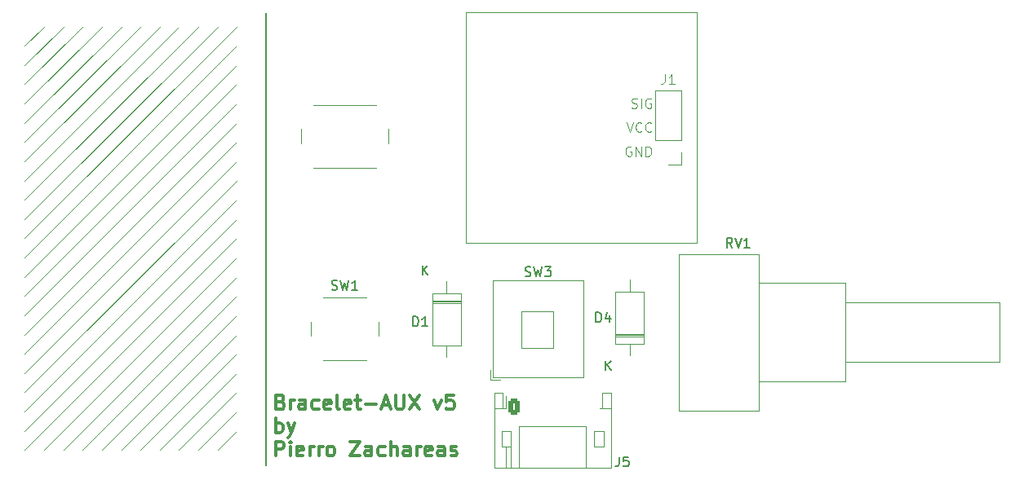
<source format=gbr>
%TF.GenerationSoftware,KiCad,Pcbnew,9.0.0*%
%TF.CreationDate,2025-03-25T16:41:30+02:00*%
%TF.ProjectId,aux,6175782e-6b69-4636-9164-5f7063625858,rev?*%
%TF.SameCoordinates,Original*%
%TF.FileFunction,Legend,Top*%
%TF.FilePolarity,Positive*%
%FSLAX46Y46*%
G04 Gerber Fmt 4.6, Leading zero omitted, Abs format (unit mm)*
G04 Created by KiCad (PCBNEW 9.0.0) date 2025-03-25 16:41:30*
%MOMM*%
%LPD*%
G01*
G04 APERTURE LIST*
G04 Aperture macros list*
%AMRoundRect*
0 Rectangle with rounded corners*
0 $1 Rounding radius*
0 $2 $3 $4 $5 $6 $7 $8 $9 X,Y pos of 4 corners*
0 Add a 4 corners polygon primitive as box body*
4,1,4,$2,$3,$4,$5,$6,$7,$8,$9,$2,$3,0*
0 Add four circle primitives for the rounded corners*
1,1,$1+$1,$2,$3*
1,1,$1+$1,$4,$5*
1,1,$1+$1,$6,$7*
1,1,$1+$1,$8,$9*
0 Add four rect primitives between the rounded corners*
20,1,$1+$1,$2,$3,$4,$5,0*
20,1,$1+$1,$4,$5,$6,$7,0*
20,1,$1+$1,$6,$7,$8,$9,0*
20,1,$1+$1,$8,$9,$2,$3,0*%
G04 Aperture macros list end*
%ADD10C,0.100000*%
%ADD11C,0.200000*%
%ADD12C,0.300000*%
%ADD13C,0.150000*%
%ADD14C,0.120000*%
%ADD15R,1.800000X1.800000*%
%ADD16O,1.800000X1.800000*%
%ADD17C,2.000000*%
%ADD18RoundRect,0.250000X-0.350000X-0.625000X0.350000X-0.625000X0.350000X0.625000X-0.350000X0.625000X0*%
%ADD19O,1.200000X1.750000*%
%ADD20C,1.800000*%
%ADD21R,1.700000X1.700000*%
%ADD22O,1.700000X1.700000*%
%ADD23C,2.340000*%
G04 APERTURE END LIST*
D10*
X100000000Y-112000000D02*
X102000000Y-110000000D01*
D11*
X105000000Y-113600000D02*
X105000000Y-66600000D01*
D10*
X80000000Y-86000000D02*
X98000000Y-68000000D01*
X80000000Y-82000000D02*
X94000000Y-68000000D01*
X94000000Y-112000000D02*
X102000000Y-104000000D01*
X98000000Y-112000000D02*
X102000000Y-108000000D01*
X80000000Y-98000000D02*
X102000000Y-76000000D01*
X102000000Y-94000000D02*
X84000000Y-112000000D01*
X80000000Y-100000000D02*
X102000000Y-78000000D01*
X80000000Y-78000000D02*
X90000000Y-68000000D01*
X80000000Y-90000000D02*
X102000000Y-68000000D01*
X80000000Y-96000000D02*
X102000000Y-74000000D01*
X80000000Y-92000000D02*
X102000000Y-70000000D01*
X100000000Y-68000000D02*
X80000000Y-88000000D01*
X80000000Y-112000000D02*
X102000000Y-90000000D01*
X80000000Y-80000000D02*
X92000000Y-68000000D01*
X82000000Y-112000000D02*
X102000000Y-92000000D01*
X92000000Y-112000000D02*
X102000000Y-102000000D01*
X102000000Y-98000000D02*
X88000000Y-112000000D01*
X80000000Y-104000000D02*
X102000000Y-82000000D01*
X80000000Y-110000000D02*
X102000000Y-88000000D01*
X80000000Y-74000000D02*
X86000000Y-68000000D01*
X90000000Y-112000000D02*
X102000000Y-100000000D01*
X80000000Y-102000000D02*
X102000000Y-80000000D01*
X80000000Y-108000000D02*
X102000000Y-86000000D01*
X80000000Y-94000000D02*
X102000000Y-72000000D01*
X80000000Y-72000000D02*
X84000000Y-68000000D01*
X86000000Y-112000000D02*
X102000000Y-96000000D01*
X80000000Y-70000000D02*
X82000000Y-68000000D01*
X96000000Y-112000000D02*
X102000000Y-106000000D01*
X80000000Y-84000000D02*
X96000000Y-68000000D01*
X80000000Y-106000000D02*
X102000000Y-84000000D01*
X80000000Y-76000000D02*
X88000000Y-68000000D01*
D12*
X106554510Y-106985282D02*
X106768796Y-107056710D01*
X106768796Y-107056710D02*
X106840225Y-107128139D01*
X106840225Y-107128139D02*
X106911653Y-107270996D01*
X106911653Y-107270996D02*
X106911653Y-107485282D01*
X106911653Y-107485282D02*
X106840225Y-107628139D01*
X106840225Y-107628139D02*
X106768796Y-107699568D01*
X106768796Y-107699568D02*
X106625939Y-107770996D01*
X106625939Y-107770996D02*
X106054510Y-107770996D01*
X106054510Y-107770996D02*
X106054510Y-106270996D01*
X106054510Y-106270996D02*
X106554510Y-106270996D01*
X106554510Y-106270996D02*
X106697368Y-106342425D01*
X106697368Y-106342425D02*
X106768796Y-106413853D01*
X106768796Y-106413853D02*
X106840225Y-106556710D01*
X106840225Y-106556710D02*
X106840225Y-106699568D01*
X106840225Y-106699568D02*
X106768796Y-106842425D01*
X106768796Y-106842425D02*
X106697368Y-106913853D01*
X106697368Y-106913853D02*
X106554510Y-106985282D01*
X106554510Y-106985282D02*
X106054510Y-106985282D01*
X107554510Y-107770996D02*
X107554510Y-106770996D01*
X107554510Y-107056710D02*
X107625939Y-106913853D01*
X107625939Y-106913853D02*
X107697368Y-106842425D01*
X107697368Y-106842425D02*
X107840225Y-106770996D01*
X107840225Y-106770996D02*
X107983082Y-106770996D01*
X109125939Y-107770996D02*
X109125939Y-106985282D01*
X109125939Y-106985282D02*
X109054510Y-106842425D01*
X109054510Y-106842425D02*
X108911653Y-106770996D01*
X108911653Y-106770996D02*
X108625939Y-106770996D01*
X108625939Y-106770996D02*
X108483081Y-106842425D01*
X109125939Y-107699568D02*
X108983081Y-107770996D01*
X108983081Y-107770996D02*
X108625939Y-107770996D01*
X108625939Y-107770996D02*
X108483081Y-107699568D01*
X108483081Y-107699568D02*
X108411653Y-107556710D01*
X108411653Y-107556710D02*
X108411653Y-107413853D01*
X108411653Y-107413853D02*
X108483081Y-107270996D01*
X108483081Y-107270996D02*
X108625939Y-107199568D01*
X108625939Y-107199568D02*
X108983081Y-107199568D01*
X108983081Y-107199568D02*
X109125939Y-107128139D01*
X110483082Y-107699568D02*
X110340224Y-107770996D01*
X110340224Y-107770996D02*
X110054510Y-107770996D01*
X110054510Y-107770996D02*
X109911653Y-107699568D01*
X109911653Y-107699568D02*
X109840224Y-107628139D01*
X109840224Y-107628139D02*
X109768796Y-107485282D01*
X109768796Y-107485282D02*
X109768796Y-107056710D01*
X109768796Y-107056710D02*
X109840224Y-106913853D01*
X109840224Y-106913853D02*
X109911653Y-106842425D01*
X109911653Y-106842425D02*
X110054510Y-106770996D01*
X110054510Y-106770996D02*
X110340224Y-106770996D01*
X110340224Y-106770996D02*
X110483082Y-106842425D01*
X111697367Y-107699568D02*
X111554510Y-107770996D01*
X111554510Y-107770996D02*
X111268796Y-107770996D01*
X111268796Y-107770996D02*
X111125938Y-107699568D01*
X111125938Y-107699568D02*
X111054510Y-107556710D01*
X111054510Y-107556710D02*
X111054510Y-106985282D01*
X111054510Y-106985282D02*
X111125938Y-106842425D01*
X111125938Y-106842425D02*
X111268796Y-106770996D01*
X111268796Y-106770996D02*
X111554510Y-106770996D01*
X111554510Y-106770996D02*
X111697367Y-106842425D01*
X111697367Y-106842425D02*
X111768796Y-106985282D01*
X111768796Y-106985282D02*
X111768796Y-107128139D01*
X111768796Y-107128139D02*
X111054510Y-107270996D01*
X112625938Y-107770996D02*
X112483081Y-107699568D01*
X112483081Y-107699568D02*
X112411652Y-107556710D01*
X112411652Y-107556710D02*
X112411652Y-106270996D01*
X113768795Y-107699568D02*
X113625938Y-107770996D01*
X113625938Y-107770996D02*
X113340224Y-107770996D01*
X113340224Y-107770996D02*
X113197366Y-107699568D01*
X113197366Y-107699568D02*
X113125938Y-107556710D01*
X113125938Y-107556710D02*
X113125938Y-106985282D01*
X113125938Y-106985282D02*
X113197366Y-106842425D01*
X113197366Y-106842425D02*
X113340224Y-106770996D01*
X113340224Y-106770996D02*
X113625938Y-106770996D01*
X113625938Y-106770996D02*
X113768795Y-106842425D01*
X113768795Y-106842425D02*
X113840224Y-106985282D01*
X113840224Y-106985282D02*
X113840224Y-107128139D01*
X113840224Y-107128139D02*
X113125938Y-107270996D01*
X114268795Y-106770996D02*
X114840223Y-106770996D01*
X114483080Y-106270996D02*
X114483080Y-107556710D01*
X114483080Y-107556710D02*
X114554509Y-107699568D01*
X114554509Y-107699568D02*
X114697366Y-107770996D01*
X114697366Y-107770996D02*
X114840223Y-107770996D01*
X115340223Y-107199568D02*
X116483081Y-107199568D01*
X117125938Y-107342425D02*
X117840224Y-107342425D01*
X116983081Y-107770996D02*
X117483081Y-106270996D01*
X117483081Y-106270996D02*
X117983081Y-107770996D01*
X118483080Y-106270996D02*
X118483080Y-107485282D01*
X118483080Y-107485282D02*
X118554509Y-107628139D01*
X118554509Y-107628139D02*
X118625938Y-107699568D01*
X118625938Y-107699568D02*
X118768795Y-107770996D01*
X118768795Y-107770996D02*
X119054509Y-107770996D01*
X119054509Y-107770996D02*
X119197366Y-107699568D01*
X119197366Y-107699568D02*
X119268795Y-107628139D01*
X119268795Y-107628139D02*
X119340223Y-107485282D01*
X119340223Y-107485282D02*
X119340223Y-106270996D01*
X119911652Y-106270996D02*
X120911652Y-107770996D01*
X120911652Y-106270996D02*
X119911652Y-107770996D01*
X122483080Y-106770996D02*
X122840223Y-107770996D01*
X122840223Y-107770996D02*
X123197366Y-106770996D01*
X124483080Y-106270996D02*
X123768794Y-106270996D01*
X123768794Y-106270996D02*
X123697366Y-106985282D01*
X123697366Y-106985282D02*
X123768794Y-106913853D01*
X123768794Y-106913853D02*
X123911652Y-106842425D01*
X123911652Y-106842425D02*
X124268794Y-106842425D01*
X124268794Y-106842425D02*
X124411652Y-106913853D01*
X124411652Y-106913853D02*
X124483080Y-106985282D01*
X124483080Y-106985282D02*
X124554509Y-107128139D01*
X124554509Y-107128139D02*
X124554509Y-107485282D01*
X124554509Y-107485282D02*
X124483080Y-107628139D01*
X124483080Y-107628139D02*
X124411652Y-107699568D01*
X124411652Y-107699568D02*
X124268794Y-107770996D01*
X124268794Y-107770996D02*
X123911652Y-107770996D01*
X123911652Y-107770996D02*
X123768794Y-107699568D01*
X123768794Y-107699568D02*
X123697366Y-107628139D01*
X106054510Y-110185912D02*
X106054510Y-108685912D01*
X106054510Y-109257341D02*
X106197368Y-109185912D01*
X106197368Y-109185912D02*
X106483082Y-109185912D01*
X106483082Y-109185912D02*
X106625939Y-109257341D01*
X106625939Y-109257341D02*
X106697368Y-109328769D01*
X106697368Y-109328769D02*
X106768796Y-109471626D01*
X106768796Y-109471626D02*
X106768796Y-109900198D01*
X106768796Y-109900198D02*
X106697368Y-110043055D01*
X106697368Y-110043055D02*
X106625939Y-110114484D01*
X106625939Y-110114484D02*
X106483082Y-110185912D01*
X106483082Y-110185912D02*
X106197368Y-110185912D01*
X106197368Y-110185912D02*
X106054510Y-110114484D01*
X107268796Y-109185912D02*
X107625939Y-110185912D01*
X107983082Y-109185912D02*
X107625939Y-110185912D01*
X107625939Y-110185912D02*
X107483082Y-110543055D01*
X107483082Y-110543055D02*
X107411653Y-110614484D01*
X107411653Y-110614484D02*
X107268796Y-110685912D01*
X106054510Y-112600828D02*
X106054510Y-111100828D01*
X106054510Y-111100828D02*
X106625939Y-111100828D01*
X106625939Y-111100828D02*
X106768796Y-111172257D01*
X106768796Y-111172257D02*
X106840225Y-111243685D01*
X106840225Y-111243685D02*
X106911653Y-111386542D01*
X106911653Y-111386542D02*
X106911653Y-111600828D01*
X106911653Y-111600828D02*
X106840225Y-111743685D01*
X106840225Y-111743685D02*
X106768796Y-111815114D01*
X106768796Y-111815114D02*
X106625939Y-111886542D01*
X106625939Y-111886542D02*
X106054510Y-111886542D01*
X107554510Y-112600828D02*
X107554510Y-111600828D01*
X107554510Y-111100828D02*
X107483082Y-111172257D01*
X107483082Y-111172257D02*
X107554510Y-111243685D01*
X107554510Y-111243685D02*
X107625939Y-111172257D01*
X107625939Y-111172257D02*
X107554510Y-111100828D01*
X107554510Y-111100828D02*
X107554510Y-111243685D01*
X108840225Y-112529400D02*
X108697368Y-112600828D01*
X108697368Y-112600828D02*
X108411654Y-112600828D01*
X108411654Y-112600828D02*
X108268796Y-112529400D01*
X108268796Y-112529400D02*
X108197368Y-112386542D01*
X108197368Y-112386542D02*
X108197368Y-111815114D01*
X108197368Y-111815114D02*
X108268796Y-111672257D01*
X108268796Y-111672257D02*
X108411654Y-111600828D01*
X108411654Y-111600828D02*
X108697368Y-111600828D01*
X108697368Y-111600828D02*
X108840225Y-111672257D01*
X108840225Y-111672257D02*
X108911654Y-111815114D01*
X108911654Y-111815114D02*
X108911654Y-111957971D01*
X108911654Y-111957971D02*
X108197368Y-112100828D01*
X109554510Y-112600828D02*
X109554510Y-111600828D01*
X109554510Y-111886542D02*
X109625939Y-111743685D01*
X109625939Y-111743685D02*
X109697368Y-111672257D01*
X109697368Y-111672257D02*
X109840225Y-111600828D01*
X109840225Y-111600828D02*
X109983082Y-111600828D01*
X110483081Y-112600828D02*
X110483081Y-111600828D01*
X110483081Y-111886542D02*
X110554510Y-111743685D01*
X110554510Y-111743685D02*
X110625939Y-111672257D01*
X110625939Y-111672257D02*
X110768796Y-111600828D01*
X110768796Y-111600828D02*
X110911653Y-111600828D01*
X111625938Y-112600828D02*
X111483081Y-112529400D01*
X111483081Y-112529400D02*
X111411652Y-112457971D01*
X111411652Y-112457971D02*
X111340224Y-112315114D01*
X111340224Y-112315114D02*
X111340224Y-111886542D01*
X111340224Y-111886542D02*
X111411652Y-111743685D01*
X111411652Y-111743685D02*
X111483081Y-111672257D01*
X111483081Y-111672257D02*
X111625938Y-111600828D01*
X111625938Y-111600828D02*
X111840224Y-111600828D01*
X111840224Y-111600828D02*
X111983081Y-111672257D01*
X111983081Y-111672257D02*
X112054510Y-111743685D01*
X112054510Y-111743685D02*
X112125938Y-111886542D01*
X112125938Y-111886542D02*
X112125938Y-112315114D01*
X112125938Y-112315114D02*
X112054510Y-112457971D01*
X112054510Y-112457971D02*
X111983081Y-112529400D01*
X111983081Y-112529400D02*
X111840224Y-112600828D01*
X111840224Y-112600828D02*
X111625938Y-112600828D01*
X113768795Y-111100828D02*
X114768795Y-111100828D01*
X114768795Y-111100828D02*
X113768795Y-112600828D01*
X113768795Y-112600828D02*
X114768795Y-112600828D01*
X115983081Y-112600828D02*
X115983081Y-111815114D01*
X115983081Y-111815114D02*
X115911652Y-111672257D01*
X115911652Y-111672257D02*
X115768795Y-111600828D01*
X115768795Y-111600828D02*
X115483081Y-111600828D01*
X115483081Y-111600828D02*
X115340223Y-111672257D01*
X115983081Y-112529400D02*
X115840223Y-112600828D01*
X115840223Y-112600828D02*
X115483081Y-112600828D01*
X115483081Y-112600828D02*
X115340223Y-112529400D01*
X115340223Y-112529400D02*
X115268795Y-112386542D01*
X115268795Y-112386542D02*
X115268795Y-112243685D01*
X115268795Y-112243685D02*
X115340223Y-112100828D01*
X115340223Y-112100828D02*
X115483081Y-112029400D01*
X115483081Y-112029400D02*
X115840223Y-112029400D01*
X115840223Y-112029400D02*
X115983081Y-111957971D01*
X117340224Y-112529400D02*
X117197366Y-112600828D01*
X117197366Y-112600828D02*
X116911652Y-112600828D01*
X116911652Y-112600828D02*
X116768795Y-112529400D01*
X116768795Y-112529400D02*
X116697366Y-112457971D01*
X116697366Y-112457971D02*
X116625938Y-112315114D01*
X116625938Y-112315114D02*
X116625938Y-111886542D01*
X116625938Y-111886542D02*
X116697366Y-111743685D01*
X116697366Y-111743685D02*
X116768795Y-111672257D01*
X116768795Y-111672257D02*
X116911652Y-111600828D01*
X116911652Y-111600828D02*
X117197366Y-111600828D01*
X117197366Y-111600828D02*
X117340224Y-111672257D01*
X117983080Y-112600828D02*
X117983080Y-111100828D01*
X118625938Y-112600828D02*
X118625938Y-111815114D01*
X118625938Y-111815114D02*
X118554509Y-111672257D01*
X118554509Y-111672257D02*
X118411652Y-111600828D01*
X118411652Y-111600828D02*
X118197366Y-111600828D01*
X118197366Y-111600828D02*
X118054509Y-111672257D01*
X118054509Y-111672257D02*
X117983080Y-111743685D01*
X119983081Y-112600828D02*
X119983081Y-111815114D01*
X119983081Y-111815114D02*
X119911652Y-111672257D01*
X119911652Y-111672257D02*
X119768795Y-111600828D01*
X119768795Y-111600828D02*
X119483081Y-111600828D01*
X119483081Y-111600828D02*
X119340223Y-111672257D01*
X119983081Y-112529400D02*
X119840223Y-112600828D01*
X119840223Y-112600828D02*
X119483081Y-112600828D01*
X119483081Y-112600828D02*
X119340223Y-112529400D01*
X119340223Y-112529400D02*
X119268795Y-112386542D01*
X119268795Y-112386542D02*
X119268795Y-112243685D01*
X119268795Y-112243685D02*
X119340223Y-112100828D01*
X119340223Y-112100828D02*
X119483081Y-112029400D01*
X119483081Y-112029400D02*
X119840223Y-112029400D01*
X119840223Y-112029400D02*
X119983081Y-111957971D01*
X120697366Y-112600828D02*
X120697366Y-111600828D01*
X120697366Y-111886542D02*
X120768795Y-111743685D01*
X120768795Y-111743685D02*
X120840224Y-111672257D01*
X120840224Y-111672257D02*
X120983081Y-111600828D01*
X120983081Y-111600828D02*
X121125938Y-111600828D01*
X122197366Y-112529400D02*
X122054509Y-112600828D01*
X122054509Y-112600828D02*
X121768795Y-112600828D01*
X121768795Y-112600828D02*
X121625937Y-112529400D01*
X121625937Y-112529400D02*
X121554509Y-112386542D01*
X121554509Y-112386542D02*
X121554509Y-111815114D01*
X121554509Y-111815114D02*
X121625937Y-111672257D01*
X121625937Y-111672257D02*
X121768795Y-111600828D01*
X121768795Y-111600828D02*
X122054509Y-111600828D01*
X122054509Y-111600828D02*
X122197366Y-111672257D01*
X122197366Y-111672257D02*
X122268795Y-111815114D01*
X122268795Y-111815114D02*
X122268795Y-111957971D01*
X122268795Y-111957971D02*
X121554509Y-112100828D01*
X123554509Y-112600828D02*
X123554509Y-111815114D01*
X123554509Y-111815114D02*
X123483080Y-111672257D01*
X123483080Y-111672257D02*
X123340223Y-111600828D01*
X123340223Y-111600828D02*
X123054509Y-111600828D01*
X123054509Y-111600828D02*
X122911651Y-111672257D01*
X123554509Y-112529400D02*
X123411651Y-112600828D01*
X123411651Y-112600828D02*
X123054509Y-112600828D01*
X123054509Y-112600828D02*
X122911651Y-112529400D01*
X122911651Y-112529400D02*
X122840223Y-112386542D01*
X122840223Y-112386542D02*
X122840223Y-112243685D01*
X122840223Y-112243685D02*
X122911651Y-112100828D01*
X122911651Y-112100828D02*
X123054509Y-112029400D01*
X123054509Y-112029400D02*
X123411651Y-112029400D01*
X123411651Y-112029400D02*
X123554509Y-111957971D01*
X124197366Y-112529400D02*
X124340223Y-112600828D01*
X124340223Y-112600828D02*
X124625937Y-112600828D01*
X124625937Y-112600828D02*
X124768794Y-112529400D01*
X124768794Y-112529400D02*
X124840223Y-112386542D01*
X124840223Y-112386542D02*
X124840223Y-112315114D01*
X124840223Y-112315114D02*
X124768794Y-112172257D01*
X124768794Y-112172257D02*
X124625937Y-112100828D01*
X124625937Y-112100828D02*
X124411652Y-112100828D01*
X124411652Y-112100828D02*
X124268794Y-112029400D01*
X124268794Y-112029400D02*
X124197366Y-111886542D01*
X124197366Y-111886542D02*
X124197366Y-111815114D01*
X124197366Y-111815114D02*
X124268794Y-111672257D01*
X124268794Y-111672257D02*
X124411652Y-111600828D01*
X124411652Y-111600828D02*
X124625937Y-111600828D01*
X124625937Y-111600828D02*
X124768794Y-111672257D01*
D13*
X120261905Y-99124819D02*
X120261905Y-98124819D01*
X120261905Y-98124819D02*
X120500000Y-98124819D01*
X120500000Y-98124819D02*
X120642857Y-98172438D01*
X120642857Y-98172438D02*
X120738095Y-98267676D01*
X120738095Y-98267676D02*
X120785714Y-98362914D01*
X120785714Y-98362914D02*
X120833333Y-98553390D01*
X120833333Y-98553390D02*
X120833333Y-98696247D01*
X120833333Y-98696247D02*
X120785714Y-98886723D01*
X120785714Y-98886723D02*
X120738095Y-98981961D01*
X120738095Y-98981961D02*
X120642857Y-99077200D01*
X120642857Y-99077200D02*
X120500000Y-99124819D01*
X120500000Y-99124819D02*
X120261905Y-99124819D01*
X121785714Y-99124819D02*
X121214286Y-99124819D01*
X121500000Y-99124819D02*
X121500000Y-98124819D01*
X121500000Y-98124819D02*
X121404762Y-98267676D01*
X121404762Y-98267676D02*
X121309524Y-98362914D01*
X121309524Y-98362914D02*
X121214286Y-98410533D01*
X121238095Y-93804819D02*
X121238095Y-92804819D01*
X121809523Y-93804819D02*
X121380952Y-93233390D01*
X121809523Y-92804819D02*
X121238095Y-93376247D01*
X141666666Y-112704819D02*
X141666666Y-113419104D01*
X141666666Y-113419104D02*
X141619047Y-113561961D01*
X141619047Y-113561961D02*
X141523809Y-113657200D01*
X141523809Y-113657200D02*
X141380952Y-113704819D01*
X141380952Y-113704819D02*
X141285714Y-113704819D01*
X142619047Y-112704819D02*
X142142857Y-112704819D01*
X142142857Y-112704819D02*
X142095238Y-113181009D01*
X142095238Y-113181009D02*
X142142857Y-113133390D01*
X142142857Y-113133390D02*
X142238095Y-113085771D01*
X142238095Y-113085771D02*
X142476190Y-113085771D01*
X142476190Y-113085771D02*
X142571428Y-113133390D01*
X142571428Y-113133390D02*
X142619047Y-113181009D01*
X142619047Y-113181009D02*
X142666666Y-113276247D01*
X142666666Y-113276247D02*
X142666666Y-113514342D01*
X142666666Y-113514342D02*
X142619047Y-113609580D01*
X142619047Y-113609580D02*
X142571428Y-113657200D01*
X142571428Y-113657200D02*
X142476190Y-113704819D01*
X142476190Y-113704819D02*
X142238095Y-113704819D01*
X142238095Y-113704819D02*
X142142857Y-113657200D01*
X142142857Y-113657200D02*
X142095238Y-113609580D01*
X131916667Y-93907200D02*
X132059524Y-93954819D01*
X132059524Y-93954819D02*
X132297619Y-93954819D01*
X132297619Y-93954819D02*
X132392857Y-93907200D01*
X132392857Y-93907200D02*
X132440476Y-93859580D01*
X132440476Y-93859580D02*
X132488095Y-93764342D01*
X132488095Y-93764342D02*
X132488095Y-93669104D01*
X132488095Y-93669104D02*
X132440476Y-93573866D01*
X132440476Y-93573866D02*
X132392857Y-93526247D01*
X132392857Y-93526247D02*
X132297619Y-93478628D01*
X132297619Y-93478628D02*
X132107143Y-93431009D01*
X132107143Y-93431009D02*
X132011905Y-93383390D01*
X132011905Y-93383390D02*
X131964286Y-93335771D01*
X131964286Y-93335771D02*
X131916667Y-93240533D01*
X131916667Y-93240533D02*
X131916667Y-93145295D01*
X131916667Y-93145295D02*
X131964286Y-93050057D01*
X131964286Y-93050057D02*
X132011905Y-93002438D01*
X132011905Y-93002438D02*
X132107143Y-92954819D01*
X132107143Y-92954819D02*
X132345238Y-92954819D01*
X132345238Y-92954819D02*
X132488095Y-93002438D01*
X132821429Y-92954819D02*
X133059524Y-93954819D01*
X133059524Y-93954819D02*
X133250000Y-93240533D01*
X133250000Y-93240533D02*
X133440476Y-93954819D01*
X133440476Y-93954819D02*
X133678572Y-92954819D01*
X133964286Y-92954819D02*
X134583333Y-92954819D01*
X134583333Y-92954819D02*
X134250000Y-93335771D01*
X134250000Y-93335771D02*
X134392857Y-93335771D01*
X134392857Y-93335771D02*
X134488095Y-93383390D01*
X134488095Y-93383390D02*
X134535714Y-93431009D01*
X134535714Y-93431009D02*
X134583333Y-93526247D01*
X134583333Y-93526247D02*
X134583333Y-93764342D01*
X134583333Y-93764342D02*
X134535714Y-93859580D01*
X134535714Y-93859580D02*
X134488095Y-93907200D01*
X134488095Y-93907200D02*
X134392857Y-93954819D01*
X134392857Y-93954819D02*
X134107143Y-93954819D01*
X134107143Y-93954819D02*
X134011905Y-93907200D01*
X134011905Y-93907200D02*
X133964286Y-93859580D01*
X139261905Y-98704819D02*
X139261905Y-97704819D01*
X139261905Y-97704819D02*
X139500000Y-97704819D01*
X139500000Y-97704819D02*
X139642857Y-97752438D01*
X139642857Y-97752438D02*
X139738095Y-97847676D01*
X139738095Y-97847676D02*
X139785714Y-97942914D01*
X139785714Y-97942914D02*
X139833333Y-98133390D01*
X139833333Y-98133390D02*
X139833333Y-98276247D01*
X139833333Y-98276247D02*
X139785714Y-98466723D01*
X139785714Y-98466723D02*
X139738095Y-98561961D01*
X139738095Y-98561961D02*
X139642857Y-98657200D01*
X139642857Y-98657200D02*
X139500000Y-98704819D01*
X139500000Y-98704819D02*
X139261905Y-98704819D01*
X140690476Y-98038152D02*
X140690476Y-98704819D01*
X140452381Y-97657200D02*
X140214286Y-98371485D01*
X140214286Y-98371485D02*
X140833333Y-98371485D01*
X140238095Y-103704819D02*
X140238095Y-102704819D01*
X140809523Y-103704819D02*
X140380952Y-103133390D01*
X140809523Y-102704819D02*
X140238095Y-103276247D01*
X111841667Y-95307200D02*
X111984524Y-95354819D01*
X111984524Y-95354819D02*
X112222619Y-95354819D01*
X112222619Y-95354819D02*
X112317857Y-95307200D01*
X112317857Y-95307200D02*
X112365476Y-95259580D01*
X112365476Y-95259580D02*
X112413095Y-95164342D01*
X112413095Y-95164342D02*
X112413095Y-95069104D01*
X112413095Y-95069104D02*
X112365476Y-94973866D01*
X112365476Y-94973866D02*
X112317857Y-94926247D01*
X112317857Y-94926247D02*
X112222619Y-94878628D01*
X112222619Y-94878628D02*
X112032143Y-94831009D01*
X112032143Y-94831009D02*
X111936905Y-94783390D01*
X111936905Y-94783390D02*
X111889286Y-94735771D01*
X111889286Y-94735771D02*
X111841667Y-94640533D01*
X111841667Y-94640533D02*
X111841667Y-94545295D01*
X111841667Y-94545295D02*
X111889286Y-94450057D01*
X111889286Y-94450057D02*
X111936905Y-94402438D01*
X111936905Y-94402438D02*
X112032143Y-94354819D01*
X112032143Y-94354819D02*
X112270238Y-94354819D01*
X112270238Y-94354819D02*
X112413095Y-94402438D01*
X112746429Y-94354819D02*
X112984524Y-95354819D01*
X112984524Y-95354819D02*
X113175000Y-94640533D01*
X113175000Y-94640533D02*
X113365476Y-95354819D01*
X113365476Y-95354819D02*
X113603572Y-94354819D01*
X114508333Y-95354819D02*
X113936905Y-95354819D01*
X114222619Y-95354819D02*
X114222619Y-94354819D01*
X114222619Y-94354819D02*
X114127381Y-94497676D01*
X114127381Y-94497676D02*
X114032143Y-94592914D01*
X114032143Y-94592914D02*
X113936905Y-94640533D01*
D10*
X146416666Y-72957419D02*
X146416666Y-73671704D01*
X146416666Y-73671704D02*
X146369047Y-73814561D01*
X146369047Y-73814561D02*
X146273809Y-73909800D01*
X146273809Y-73909800D02*
X146130952Y-73957419D01*
X146130952Y-73957419D02*
X146035714Y-73957419D01*
X147416666Y-73957419D02*
X146845238Y-73957419D01*
X147130952Y-73957419D02*
X147130952Y-72957419D01*
X147130952Y-72957419D02*
X147035714Y-73100276D01*
X147035714Y-73100276D02*
X146940476Y-73195514D01*
X146940476Y-73195514D02*
X146845238Y-73243133D01*
X142946116Y-76409800D02*
X143088973Y-76457419D01*
X143088973Y-76457419D02*
X143327068Y-76457419D01*
X143327068Y-76457419D02*
X143422306Y-76409800D01*
X143422306Y-76409800D02*
X143469925Y-76362180D01*
X143469925Y-76362180D02*
X143517544Y-76266942D01*
X143517544Y-76266942D02*
X143517544Y-76171704D01*
X143517544Y-76171704D02*
X143469925Y-76076466D01*
X143469925Y-76076466D02*
X143422306Y-76028847D01*
X143422306Y-76028847D02*
X143327068Y-75981228D01*
X143327068Y-75981228D02*
X143136592Y-75933609D01*
X143136592Y-75933609D02*
X143041354Y-75885990D01*
X143041354Y-75885990D02*
X142993735Y-75838371D01*
X142993735Y-75838371D02*
X142946116Y-75743133D01*
X142946116Y-75743133D02*
X142946116Y-75647895D01*
X142946116Y-75647895D02*
X142993735Y-75552657D01*
X142993735Y-75552657D02*
X143041354Y-75505038D01*
X143041354Y-75505038D02*
X143136592Y-75457419D01*
X143136592Y-75457419D02*
X143374687Y-75457419D01*
X143374687Y-75457419D02*
X143517544Y-75505038D01*
X143946116Y-76457419D02*
X143946116Y-75457419D01*
X144946115Y-75505038D02*
X144850877Y-75457419D01*
X144850877Y-75457419D02*
X144708020Y-75457419D01*
X144708020Y-75457419D02*
X144565163Y-75505038D01*
X144565163Y-75505038D02*
X144469925Y-75600276D01*
X144469925Y-75600276D02*
X144422306Y-75695514D01*
X144422306Y-75695514D02*
X144374687Y-75885990D01*
X144374687Y-75885990D02*
X144374687Y-76028847D01*
X144374687Y-76028847D02*
X144422306Y-76219323D01*
X144422306Y-76219323D02*
X144469925Y-76314561D01*
X144469925Y-76314561D02*
X144565163Y-76409800D01*
X144565163Y-76409800D02*
X144708020Y-76457419D01*
X144708020Y-76457419D02*
X144803258Y-76457419D01*
X144803258Y-76457419D02*
X144946115Y-76409800D01*
X144946115Y-76409800D02*
X144993734Y-76362180D01*
X144993734Y-76362180D02*
X144993734Y-76028847D01*
X144993734Y-76028847D02*
X144803258Y-76028847D01*
X142422306Y-77957419D02*
X142755639Y-78957419D01*
X142755639Y-78957419D02*
X143088972Y-77957419D01*
X143993734Y-78862180D02*
X143946115Y-78909800D01*
X143946115Y-78909800D02*
X143803258Y-78957419D01*
X143803258Y-78957419D02*
X143708020Y-78957419D01*
X143708020Y-78957419D02*
X143565163Y-78909800D01*
X143565163Y-78909800D02*
X143469925Y-78814561D01*
X143469925Y-78814561D02*
X143422306Y-78719323D01*
X143422306Y-78719323D02*
X143374687Y-78528847D01*
X143374687Y-78528847D02*
X143374687Y-78385990D01*
X143374687Y-78385990D02*
X143422306Y-78195514D01*
X143422306Y-78195514D02*
X143469925Y-78100276D01*
X143469925Y-78100276D02*
X143565163Y-78005038D01*
X143565163Y-78005038D02*
X143708020Y-77957419D01*
X143708020Y-77957419D02*
X143803258Y-77957419D01*
X143803258Y-77957419D02*
X143946115Y-78005038D01*
X143946115Y-78005038D02*
X143993734Y-78052657D01*
X144993734Y-78862180D02*
X144946115Y-78909800D01*
X144946115Y-78909800D02*
X144803258Y-78957419D01*
X144803258Y-78957419D02*
X144708020Y-78957419D01*
X144708020Y-78957419D02*
X144565163Y-78909800D01*
X144565163Y-78909800D02*
X144469925Y-78814561D01*
X144469925Y-78814561D02*
X144422306Y-78719323D01*
X144422306Y-78719323D02*
X144374687Y-78528847D01*
X144374687Y-78528847D02*
X144374687Y-78385990D01*
X144374687Y-78385990D02*
X144422306Y-78195514D01*
X144422306Y-78195514D02*
X144469925Y-78100276D01*
X144469925Y-78100276D02*
X144565163Y-78005038D01*
X144565163Y-78005038D02*
X144708020Y-77957419D01*
X144708020Y-77957419D02*
X144803258Y-77957419D01*
X144803258Y-77957419D02*
X144946115Y-78005038D01*
X144946115Y-78005038D02*
X144993734Y-78052657D01*
X142898496Y-80505038D02*
X142803258Y-80457419D01*
X142803258Y-80457419D02*
X142660401Y-80457419D01*
X142660401Y-80457419D02*
X142517544Y-80505038D01*
X142517544Y-80505038D02*
X142422306Y-80600276D01*
X142422306Y-80600276D02*
X142374687Y-80695514D01*
X142374687Y-80695514D02*
X142327068Y-80885990D01*
X142327068Y-80885990D02*
X142327068Y-81028847D01*
X142327068Y-81028847D02*
X142374687Y-81219323D01*
X142374687Y-81219323D02*
X142422306Y-81314561D01*
X142422306Y-81314561D02*
X142517544Y-81409800D01*
X142517544Y-81409800D02*
X142660401Y-81457419D01*
X142660401Y-81457419D02*
X142755639Y-81457419D01*
X142755639Y-81457419D02*
X142898496Y-81409800D01*
X142898496Y-81409800D02*
X142946115Y-81362180D01*
X142946115Y-81362180D02*
X142946115Y-81028847D01*
X142946115Y-81028847D02*
X142755639Y-81028847D01*
X143374687Y-81457419D02*
X143374687Y-80457419D01*
X143374687Y-80457419D02*
X143946115Y-81457419D01*
X143946115Y-81457419D02*
X143946115Y-80457419D01*
X144422306Y-81457419D02*
X144422306Y-80457419D01*
X144422306Y-80457419D02*
X144660401Y-80457419D01*
X144660401Y-80457419D02*
X144803258Y-80505038D01*
X144803258Y-80505038D02*
X144898496Y-80600276D01*
X144898496Y-80600276D02*
X144946115Y-80695514D01*
X144946115Y-80695514D02*
X144993734Y-80885990D01*
X144993734Y-80885990D02*
X144993734Y-81028847D01*
X144993734Y-81028847D02*
X144946115Y-81219323D01*
X144946115Y-81219323D02*
X144898496Y-81314561D01*
X144898496Y-81314561D02*
X144803258Y-81409800D01*
X144803258Y-81409800D02*
X144660401Y-81457419D01*
X144660401Y-81457419D02*
X144422306Y-81457419D01*
D13*
X153404761Y-90954819D02*
X153071428Y-90478628D01*
X152833333Y-90954819D02*
X152833333Y-89954819D01*
X152833333Y-89954819D02*
X153214285Y-89954819D01*
X153214285Y-89954819D02*
X153309523Y-90002438D01*
X153309523Y-90002438D02*
X153357142Y-90050057D01*
X153357142Y-90050057D02*
X153404761Y-90145295D01*
X153404761Y-90145295D02*
X153404761Y-90288152D01*
X153404761Y-90288152D02*
X153357142Y-90383390D01*
X153357142Y-90383390D02*
X153309523Y-90431009D01*
X153309523Y-90431009D02*
X153214285Y-90478628D01*
X153214285Y-90478628D02*
X152833333Y-90478628D01*
X153690476Y-89954819D02*
X154023809Y-90954819D01*
X154023809Y-90954819D02*
X154357142Y-89954819D01*
X155214285Y-90954819D02*
X154642857Y-90954819D01*
X154928571Y-90954819D02*
X154928571Y-89954819D01*
X154928571Y-89954819D02*
X154833333Y-90097676D01*
X154833333Y-90097676D02*
X154738095Y-90192914D01*
X154738095Y-90192914D02*
X154642857Y-90240533D01*
D14*
%TO.C,D1*%
X122280000Y-95700000D02*
X122280000Y-101140000D01*
X122280000Y-101140000D02*
X125220000Y-101140000D01*
X123750000Y-94480000D02*
X123750000Y-95700000D01*
X123750000Y-102360000D02*
X123750000Y-101140000D01*
X125220000Y-95700000D02*
X122280000Y-95700000D01*
X125220000Y-96480000D02*
X122280000Y-96480000D01*
X125220000Y-96600000D02*
X122280000Y-96600000D01*
X125220000Y-96720000D02*
X122280000Y-96720000D01*
X125220000Y-101140000D02*
X125220000Y-95700000D01*
%TO.C,SW2*%
X108700000Y-78650000D02*
X108700000Y-80150000D01*
X109950000Y-82650000D02*
X116450000Y-82650000D01*
X116450000Y-76150000D02*
X109950000Y-76150000D01*
X117700000Y-80150000D02*
X117700000Y-78650000D01*
%TO.C,J5*%
X128690000Y-106040000D02*
X128690000Y-113860000D01*
X128690000Y-107640000D02*
X129610000Y-107640000D01*
X128690000Y-113860000D02*
X140810000Y-113860000D01*
X129450000Y-110000000D02*
X129450000Y-111600000D01*
X129450000Y-111600000D02*
X130450000Y-111600000D01*
X129610000Y-106040000D02*
X128690000Y-106040000D01*
X129610000Y-107640000D02*
X129610000Y-106040000D01*
X129890000Y-107640000D02*
X129610000Y-107640000D01*
X129890000Y-107640000D02*
X129890000Y-106425000D01*
X129950000Y-111600000D02*
X129950000Y-113860000D01*
X130450000Y-110000000D02*
X129450000Y-110000000D01*
X130450000Y-111600000D02*
X130450000Y-110000000D01*
X130450000Y-111600000D02*
X130450000Y-113860000D01*
X131250000Y-109500000D02*
X138250000Y-109500000D01*
X131250000Y-113860000D02*
X131250000Y-109500000D01*
X138250000Y-109500000D02*
X138250000Y-113860000D01*
X139050000Y-110000000D02*
X140050000Y-110000000D01*
X139050000Y-111600000D02*
X139050000Y-110000000D01*
X139890000Y-106040000D02*
X139890000Y-107640000D01*
X139890000Y-107640000D02*
X139610000Y-107640000D01*
X140050000Y-110000000D02*
X140050000Y-111600000D01*
X140050000Y-111600000D02*
X139050000Y-111600000D01*
X140810000Y-106040000D02*
X139890000Y-106040000D01*
X140810000Y-107640000D02*
X139890000Y-107640000D01*
X140810000Y-113860000D02*
X140810000Y-106040000D01*
%TO.C,SW3*%
X128280000Y-103692500D02*
X128280000Y-104692500D01*
X128530000Y-94402500D02*
X128530000Y-104442500D01*
X129280000Y-104692500D02*
X128280000Y-104692500D01*
X131550000Y-97572500D02*
X131550000Y-101372500D01*
X131550000Y-97572500D02*
X134850000Y-97572500D01*
X131550000Y-101372500D02*
X134850000Y-101372500D01*
X134850000Y-97572500D02*
X134850000Y-101372500D01*
X137970000Y-94402500D02*
X128530000Y-94402500D01*
X137970000Y-94402500D02*
X137970000Y-104442500D01*
X137970000Y-104442500D02*
X128530000Y-104442500D01*
%TO.C,D4*%
X141280000Y-95530000D02*
X141280000Y-100970000D01*
X141280000Y-99950000D02*
X144220000Y-99950000D01*
X141280000Y-100070000D02*
X144220000Y-100070000D01*
X141280000Y-100190000D02*
X144220000Y-100190000D01*
X141280000Y-100970000D02*
X144220000Y-100970000D01*
X142750000Y-94310000D02*
X142750000Y-95530000D01*
X142750000Y-102190000D02*
X142750000Y-100970000D01*
X144220000Y-95530000D02*
X141280000Y-95530000D01*
X144220000Y-100970000D02*
X144220000Y-95530000D01*
%TO.C,SW1*%
X109675000Y-98650000D02*
X109675000Y-100150000D01*
X110925000Y-102650000D02*
X115425000Y-102650000D01*
X115425000Y-96150000D02*
X110925000Y-96150000D01*
X116675000Y-100150000D02*
X116675000Y-98650000D01*
%TO.C,J1*%
X145420000Y-79770000D02*
X145420000Y-74630000D01*
X148080000Y-74630000D02*
X145420000Y-74630000D01*
X148080000Y-79770000D02*
X145420000Y-79770000D01*
X148080000Y-79770000D02*
X148080000Y-74630000D01*
X148080000Y-81040000D02*
X148080000Y-82370000D01*
X148080000Y-82370000D02*
X146750000Y-82370000D01*
D10*
X149750000Y-66500000D02*
X125750000Y-66500000D01*
X125750000Y-90500000D01*
X149750000Y-90500000D01*
X149750000Y-66500000D01*
D14*
%TO.C,RV1*%
X147880000Y-91630000D02*
X147880000Y-107870000D01*
X147880000Y-91630000D02*
X156120000Y-91630000D01*
X147880000Y-107870000D02*
X156120000Y-107870000D01*
X156120000Y-91630000D02*
X156120000Y-107870000D01*
X156120000Y-94630000D02*
X156120000Y-104870000D01*
X156120000Y-94630000D02*
X165120000Y-94630000D01*
X156120000Y-104870000D02*
X165120000Y-104870000D01*
X165120000Y-94630000D02*
X165120000Y-104870000D01*
X165120000Y-96630000D02*
X165120000Y-102871000D01*
X165120000Y-96630000D02*
X181120000Y-96630000D01*
X165120000Y-102871000D02*
X181120000Y-102871000D01*
X181120000Y-96630000D02*
X181120000Y-102871000D01*
%TD*%
%LPC*%
D15*
%TO.C,D1*%
X123750000Y-93340000D03*
D16*
X123750000Y-103500000D03*
%TD*%
D17*
%TO.C,SW2*%
X108950000Y-77150000D03*
X117450000Y-77150000D03*
X108950000Y-81650000D03*
X117450000Y-81650000D03*
%TD*%
D18*
%TO.C,J5*%
X130750000Y-107500000D03*
D19*
X132750000Y-107500000D03*
X134750000Y-107500000D03*
X136750000Y-107500000D03*
X138750000Y-107500000D03*
%TD*%
D15*
%TO.C,SW3*%
X130250000Y-101922500D03*
D20*
X130250000Y-99422500D03*
X130250000Y-96922500D03*
X136250000Y-101922500D03*
X136250000Y-99422500D03*
X136250000Y-96922500D03*
%TD*%
D15*
%TO.C,D4*%
X142750000Y-103330000D03*
D16*
X142750000Y-93170000D03*
%TD*%
D17*
%TO.C,SW1*%
X116425000Y-101650000D03*
X109925000Y-101650000D03*
X116425000Y-97150000D03*
X109925000Y-97150000D03*
%TD*%
D21*
%TO.C,J1*%
X146750000Y-81040000D03*
D22*
X146750000Y-78500000D03*
X146750000Y-75960000D03*
%TD*%
D23*
%TO.C,RV1*%
X149500000Y-104750000D03*
X149500000Y-99750000D03*
X149500000Y-94750000D03*
%TD*%
%LPD*%
M02*

</source>
